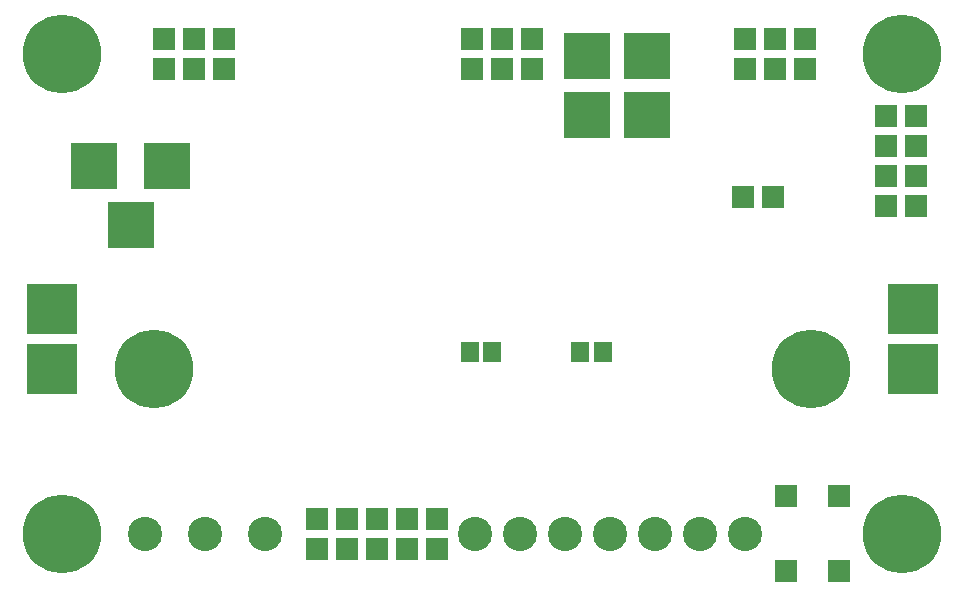
<source format=gbr>
G75*
G70*
%OFA0B0*%
%FSLAX24Y24*%
%IPPOS*%
%LPD*%
%AMOC8*
5,1,8,0,0,1.08239X$1,22.5*
%
%ADD10R,0.0730X0.0730*%
%ADD11R,0.1655X0.1655*%
%ADD12C,0.2620*%
%ADD13R,0.1582X0.1582*%
%ADD14C,0.1143*%
%ADD15R,0.0740X0.0740*%
%ADD16R,0.1580X0.1580*%
%ADD17R,0.0592X0.0671*%
D10*
X010660Y006413D03*
X011660Y006413D03*
X012660Y006413D03*
X013660Y006413D03*
X014660Y006413D03*
X014660Y007413D03*
X013660Y007413D03*
X012660Y007413D03*
X011660Y007413D03*
X010660Y007413D03*
X024837Y018122D03*
X025837Y018122D03*
X029609Y017822D03*
X030609Y017822D03*
X030609Y018822D03*
X029609Y018822D03*
X029609Y019822D03*
X029609Y020822D03*
X030609Y020822D03*
X030609Y019822D03*
X026928Y022413D03*
X025928Y022413D03*
X024928Y022413D03*
X024928Y023413D03*
X025928Y023413D03*
X026928Y023413D03*
X017833Y023413D03*
X016833Y023413D03*
X015833Y023413D03*
X015833Y022413D03*
X016833Y022413D03*
X017833Y022413D03*
X007535Y022413D03*
X006535Y022413D03*
X005535Y022413D03*
X005535Y023413D03*
X006535Y023413D03*
X007535Y023413D03*
D11*
X001810Y014413D03*
X001810Y012413D03*
X030510Y012413D03*
X030510Y014413D03*
D12*
X002160Y006913D03*
X005213Y012413D03*
X002160Y022913D03*
X027107Y012413D03*
X030160Y006913D03*
X030160Y022913D03*
D13*
X005660Y019163D03*
X004440Y017194D03*
X003219Y019163D03*
D14*
X004910Y006913D03*
X006910Y006913D03*
X008910Y006913D03*
X015910Y006913D03*
X017410Y006913D03*
X018910Y006913D03*
X020410Y006913D03*
X021910Y006913D03*
X023410Y006913D03*
X024910Y006913D03*
D15*
X026274Y008153D03*
X028046Y008153D03*
X028046Y005673D03*
X026274Y005673D03*
D16*
X021660Y020866D03*
X019660Y020866D03*
X019660Y022834D03*
X021660Y022834D03*
D17*
X020168Y012948D03*
X019420Y012948D03*
X016500Y012977D03*
X015752Y012977D03*
M02*

</source>
